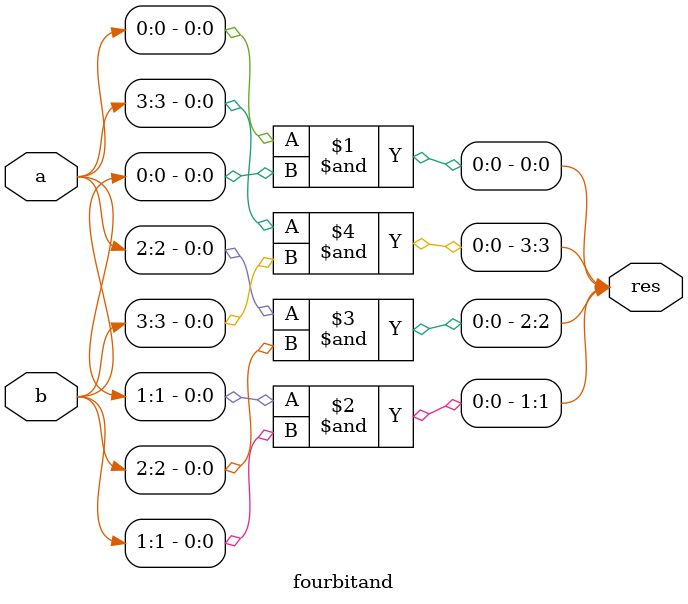
<source format=v>
module fourbitand(input [3:0]a,input [3:0]b,output [3:0] res);

and and0(res[0],a[0],b[0]);
and and1(res[1],a[1],b[1]);
and and2(res[2],a[2],b[2]);
and and3(res[3],a[3],b[3]);

endmodule
</source>
